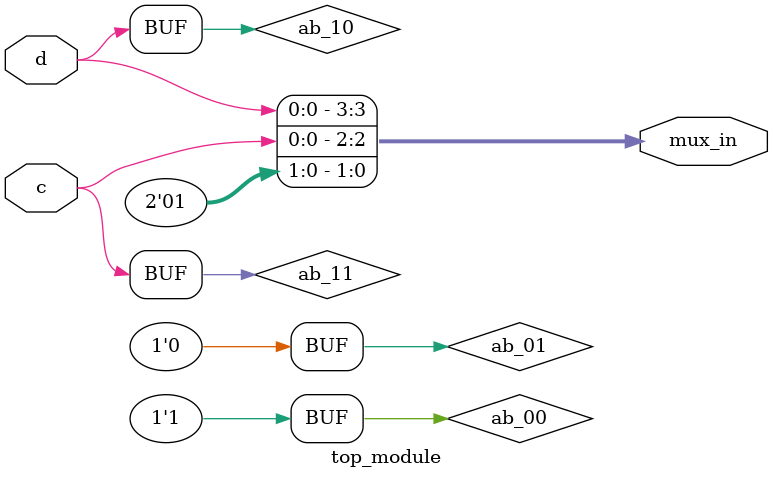
<source format=sv>
module top_module (
    input c,
    input d,
    output [3:0] mux_in
);
    
    wire ab_00 = 1; // Connect ab = 00 to mux_in[0]
    wire ab_01 = 2; // Connect ab = 01 to mux_in[1]
    wire ab_11 = c; // Connect ab = 11 to mux_in[2]
    wire ab_10 = d; // Connect ab = 10 to mux_in[3]

    assign mux_in[0] = ab_00;
    assign mux_in[1] = ab_01;
    assign mux_in[2] = ab_11;
    assign mux_in[3] = ab_10;

endmodule

</source>
